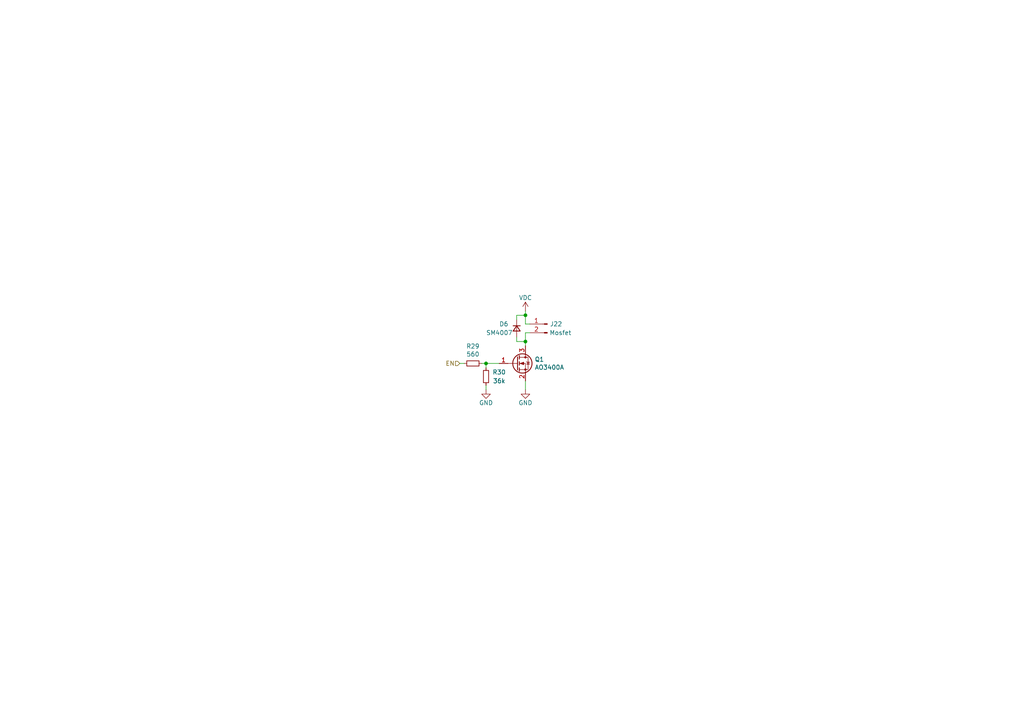
<source format=kicad_sch>
(kicad_sch (version 20211123) (generator eeschema)
  (paper "A4")
  (title_block (title "Mosfet") (date "2022-03-29") (rev "003"))
  (lib_symbols
    (symbol "Connector:Conn_01x02_Male" (pin_names (offset 1.016) hide)
      (property "Reference" "J" (at 0 2.54 0))
      (property "Value" "Conn_01x02_Male" (at 0 -5.08 0))
      (symbol "Conn_01x02_Male_1_1"
        (polyline (pts (xy 1.27 -2.54) (xy 0.8636 -2.54)) (stroke (width 0.1524)))
        (polyline (pts (xy 1.27 0) (xy 0.8636 0)) (stroke (width 0.1524)))
        (rectangle (start 0.8636 -2.413) (end 0 -2.667) (stroke (width 0.1524)) (fill (type outline)))
        (rectangle (start 0.8636 0.127) (end 0 -0.127) (stroke (width 0.1524)) (fill (type outline)))
        (pin passive line (at 5.08 0 180) (length 3.81) (name "Pin_1") (number "1"))
        (pin passive line (at 5.08 -2.54 180) (length 3.81) (name "Pin_2") (number "2"))
      )
    )
    (symbol "Device:D_Small" (pin_numbers hide) (pin_names (offset 0.254) hide)
      (property "Reference" "D" (at -1.27 2.032 0))
      (property "Value" "D_Small" (at -3.81 -2.032 0))
      (symbol "D_Small_0_1"
        (polyline (pts (xy -0.762 -1.016) (xy -0.762 1.016)) (stroke (width 0.254)))
        (polyline (pts (xy -0.762 0) (xy 0.762 0)))
        (polyline (pts (xy 0.762 -1.016) (xy -0.762 0) (xy 0.762 1.016) (xy 0.762 -1.016)) (stroke (width 0.254)))
      )
      (symbol "D_Small_1_1"
        (pin passive line (at -2.54 0 0) (length 1.778) (name "K") (number "1"))
        (pin passive line (at 2.54 0 180) (length 1.778) (name "A") (number "2"))
      )
    )
    (symbol "Device:R_Small" (pin_numbers hide) (pin_names (offset 0.254) hide)
      (property "Reference" "R" (at 0.762 0.508 0))
      (property "Value" "R_Small" (at 0.762 -1.016 0))
      (symbol "R_Small_0_1"
        (rectangle (start -0.762 1.778) (end 0.762 -1.778) (stroke (width 0.2032)))
      )
      (symbol "R_Small_1_1"
        (pin passive line (at 0 2.54 270) (length 0.762) (name "~") (number "1"))
        (pin passive line (at 0 -2.54 90) (length 0.762) (name "~") (number "2"))
      )
    )
    (symbol "Transistor_FET:AO3400A" (pin_names hide)
      (property "Reference" "Q" (at 5.08 1.905 0))
      (property "Value" "AO3400A" (at 5.08 0 0))
      (symbol "AO3400A_0_1"
        (polyline (pts (xy 0.254 0) (xy -2.54 0)))
        (polyline (pts (xy 0.254 1.905) (xy 0.254 -1.905)) (stroke (width 0.254)))
        (polyline (pts (xy 0.762 -1.27) (xy 0.762 -2.286)) (stroke (width 0.254)))
        (polyline (pts (xy 0.762 0.508) (xy 0.762 -0.508)) (stroke (width 0.254)))
        (polyline (pts (xy 0.762 2.286) (xy 0.762 1.27)) (stroke (width 0.254)))
        (polyline (pts (xy 2.54 2.54) (xy 2.54 1.778)))
        (polyline (pts (xy 2.54 -2.54) (xy 2.54 0) (xy 0.762 0)))
        (polyline (pts (xy 0.762 -1.778) (xy 3.302 -1.778) (xy 3.302 1.778) (xy 0.762 1.778)))
        (polyline (pts (xy 1.016 0) (xy 2.032 0.381) (xy 2.032 -0.381) (xy 1.016 0)) (fill (type outline)))
        (polyline (pts (xy 2.794 0.508) (xy 2.921 0.381) (xy 3.683 0.381) (xy 3.81 0.254)))
        (polyline (pts (xy 3.302 0.381) (xy 2.921 -0.254) (xy 3.683 -0.254) (xy 3.302 0.381)))
        (circle (center 1.651 0) (radius 2.794) (stroke (width 0.254)))
        (circle (center 2.54 -1.778) (radius 0.254) (fill (type outline)))
        (circle (center 2.54 1.778) (radius 0.254) (fill (type outline)))
      )
      (symbol "AO3400A_1_1"
        (pin input line (at -5.08 0 0) (length 2.54) (name "G") (number "1"))
        (pin passive line (at 2.54 -5.08 90) (length 2.54) (name "S") (number "2"))
        (pin passive line (at 2.54 5.08 270) (length 2.54) (name "D") (number "3"))
      )
    )
    (symbol "power:GND" (power) (pin_names (offset 0))
      (property "Value" "GND" (at 0 -3.81 0))
      (symbol "GND_0_1"
        (polyline (pts (xy 0 0) (xy 0 -1.27) (xy 1.27 -1.27) (xy 0 -2.54) (xy -1.27 -1.27) (xy 0 -1.27)))
      )
      (symbol "GND_1_1"
        (pin power_in line (at 0 0 270) (length 0) hide (name "GND") (number "1"))
      )
    )
    (symbol "power:VDC" (power) (pin_names (offset 0))
      (property "Value" "VDC" (at 0 6.35 0))
      (symbol "VDC_0_1"
        (polyline (pts (xy -0.762 1.27) (xy 0 2.54)))
        (polyline (pts (xy 0 0) (xy 0 2.54)))
        (polyline (pts (xy 0 2.54) (xy 0.762 1.27)))
      )
      (symbol "VDC_1_1"
        (pin power_in line (at 0 0 90) (length 0) hide (name "VDC") (number "1"))
      )
    )
  )
  (junction (at 152.4 91.44))
  (junction (at 140.97 105.41))
  (junction (at 152.4 99.06))
  (wire (pts (xy 152.4 90.17) (xy 152.4 91.44)))
  (wire (pts (xy 139.7 105.41) (xy 140.97 105.41)))
  (wire (pts (xy 140.97 105.41) (xy 144.78 105.41)))
  (wire (pts (xy 152.4 96.52) (xy 152.4 99.06)))
  (wire (pts (xy 152.4 99.06) (xy 152.4 100.33)))
  (wire (pts (xy 149.86 97.79) (xy 149.86 99.06)))
  (wire (pts (xy 149.86 99.06) (xy 152.4 99.06)))
  (wire (pts (xy 153.67 93.98) (xy 152.4 93.98)))
  (wire (pts (xy 152.4 110.49) (xy 152.4 113.03)))
  (wire (pts (xy 149.86 92.71) (xy 149.86 91.44)))
  (wire (pts (xy 152.4 93.98) (xy 152.4 91.44)))
  (wire (pts (xy 140.97 111.76) (xy 140.97 113.03)))
  (wire (pts (xy 153.67 96.52) (xy 152.4 96.52)))
  (wire (pts (xy 140.97 106.68) (xy 140.97 105.41)))
  (wire (pts (xy 149.86 91.44) (xy 152.4 91.44)))
  (wire (pts (xy 133.35 105.41) (xy 134.62 105.41)))
  (hierarchical_label "EN" (shape input) (at 133.35 105.41 180))
  (symbol (lib_id "Connector:Conn_01x02_Male") (at 158.75 93.98 0) (mirror y)
    (property "Reference" "J22" (at 161.29 93.98 0))
    (property "Value" "Mosfet" (at 162.56 96.52 0))
    (property "Footprint" "Connector_JST:JST_XH_B2B-XH-A_1x02_P2.50mm_Vertical" (effects hide))
    (property "JLCPCB" "C20079" (effects hide))
    (property "LCSC" "C20079" (effects hide))
    (property "Digikey" "455-2247-ND" (effects hide))
  )
  (symbol (lib_id "Transistor_FET:AO3400A") (at 149.86 105.41 0)
    (property "Reference" "Q1" (at 155.067 104.2416 0) (effects (justify left)))
    (property "Value" "AO3400A" (at 155.067 106.553 0) (effects (justify left)))
    (property "Footprint" "Package_TO_SOT_SMD:SOT-23" (effects hide))
    (property "Datasheet" "http://www.aosmd.com/pdfs/datasheet/AO3400A.pdf" (effects hide))
    (property "Mouser" "942-IRLML6344TRPBF" (effects hide))
    (property "LCSC" "C427382" (effects hide))
    (property "JLCPCB" "C332101" (effects hide))
    (property "Digikey" "IRLML6344TRPBFCT-ND" (effects hide))
  )
  (symbol (lib_id "power:GND") (at 152.4 113.03 0)
    (property "Reference" "#PWR0188" (effects hide))
    (property "Value" "GND" (at 152.4 116.84 0))
  )
  (symbol (lib_id "Device:R_Small") (at 140.97 109.22 180)
    (property "Reference" "R30" (at 144.78 107.95 0))
    (property "Value" "36k" (at 144.78 110.49 0))
    (property "Footprint" "Resistor_SMD:R_0805_2012Metric" (effects hide))
    (property "Datasheet" "https://www.vishay.com/docs/20035/dcrcwe3.pdf" (effects hide))
    (property "JLCPCB" "C4360" (effects hide))
    (property "LCSC" "C139879" (effects hide))
    (property "Digikey" "541-36.0KCCT-ND" (effects hide))
    (property "Mouser" "71-CRCW080536K0FKEA" (effects hide))
  )
  (symbol (lib_id "Device:R_Small") (at 137.16 105.41 90)
    (property "Reference" "R29" (at 137.16 100.4316 90))
    (property "Value" "560" (at 137.16 102.743 90))
    (property "Footprint" "Resistor_SMD:R_0805_2012Metric" (effects hide))
    (property "JLCPCB" "C28636" (effects hide))
    (property "LCSC" "C28636" (effects hide))
    (property "Digikey" "RHM560AHCT-ND" (effects hide))
    (property "Mouser" "667-ERJ-6ENF5600V" (effects hide))
  )
  (symbol (lib_id "Device:D_Small") (at 149.86 95.25 270)
    (property "Reference" "D6" (at 144.78 93.98 90) (effects (justify left)))
    (property "Value" "SM4007" (at 140.97 96.52 90) (effects (justify left)))
    (property "Footprint" "Diode_SMD:D_SOD-123F" (effects hide))
    (property "Datasheet" "http://cdn-reichelt.de/documents/datenblatt/A400/SMD1N400%23DIO.pdf" (effects hide))
    (property "JLCPCB" "C64898" (effects hide))
    (property "LCSC" "C64898" (effects hide))
    (property "Digikey" "SM4007PL-TPMSCT-ND" (effects hide))
    (property "Mouser" "833-SM4007PL-TP" (effects hide))
  )
  (symbol (lib_id "power:VDC") (at 152.4 90.17 0)
    (property "Reference" "#PWR0187" (effects hide))
    (property "Value" "VDC" (at 152.4 86.36 0))
  )
  (symbol (lib_id "power:GND") (at 140.97 113.03 0)
    (property "Reference" "#PWR0106" (effects hide))
    (property "Value" "GND" (at 140.97 116.84 0))
  )
)
</source>
